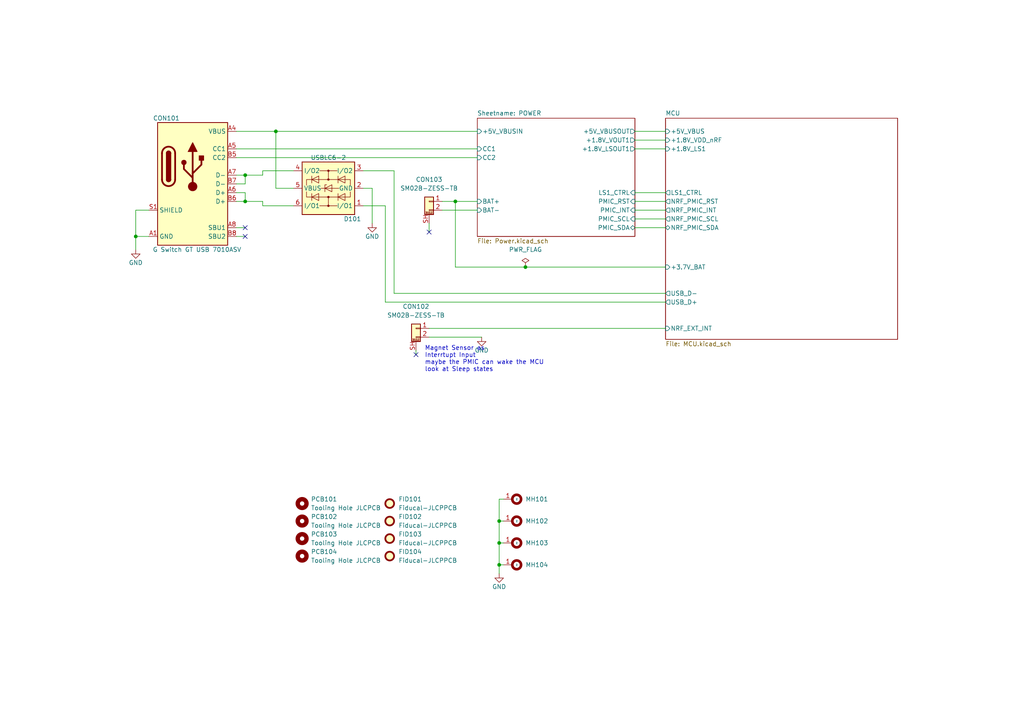
<source format=kicad_sch>
(kicad_sch (version 20231120) (generator "eeschema") (generator_version "8.0")
  (paper "A4")
  (title_block (title "Sensor_Node_BaseBoard") (date "2025-04-21") (rev "V1.0"))
  (lib_symbols
    (symbol "CON:CON-SM02B-ZESS-TB" (pin_names hide)
      (property "Reference" "CON" (at 0 1.27 0))
      (property "Value" "SM02B-ZESS-TB" (at 0 0 0))
      (symbol "CON-SM02B-ZESS-TB_1_1"
        (rectangle (start -1.27 -3.683) (end 0 -3.937) (stroke (width 0.1524)))
        (rectangle (start -1.27 -1.143) (end 0 -1.397) (stroke (width 0.1524)))
        (rectangle (start -1.27 0) (end 1.27 -5.08) (stroke (width 0.254)) (fill (type background)))
        (polyline (pts (xy -1.016 -4.826) (xy 1.016 -4.826)) (stroke (width 0.1524)))
        (text "SHIELD" (at 0 -4.445 0) (effects (font (size 0.381 0.381))))
        (pin passive line (at -3.81 -1.27 0) (length 2.54) (name "Pin_1") (number "1"))
        (pin passive line (at -3.81 -3.81 0) (length 2.54) (name "Pin_2") (number "2"))
        (pin passive line (at 0 -7.62 90) (length 2.54) (name "MountPin") (number "SH"))
      )
    )
    (symbol "CON:CON-USB-C-G_Switch_GT_USB_7010ASV"
      (property "Reference" "CON" (at -7.62 1.27 0))
      (property "Value" "G Switch GT USB 7010ASV" (at 1.27 -36.83 0))
      (symbol "CON-USB-C-G_Switch_GT_USB_7010ASV_0_1"
        (rectangle (start -10.16 0) (end 10.16 -35.56) (stroke (width 0.254)) (fill (type background)))
        (arc (start -8.89 -16.51) (mid -6.985 -18.4067) (end -5.08 -16.51) (stroke (width 0.508)))
        (arc (start -7.62 -16.51) (mid -6.985 -17.1423) (end -6.35 -16.51) (stroke (width 0.254)))
        (arc (start -7.62 -16.51) (mid -6.985 -17.1423) (end -6.35 -16.51) (stroke (width 0.254)) (fill (type outline)))
        (rectangle (start -7.62 -8.89) (end -6.35 -16.51) (stroke (width 0.254)) (fill (type outline)))
        (arc (start -6.35 -8.89) (mid -6.985 -8.2577) (end -7.62 -8.89) (stroke (width 0.254)))
        (arc (start -6.35 -8.89) (mid -6.985 -8.2577) (end -7.62 -8.89) (stroke (width 0.254)) (fill (type outline)))
        (arc (start -5.08 -8.89) (mid -6.985 -6.9933) (end -8.89 -8.89) (stroke (width 0.508)))
        (circle (center -2.54 -11.557) (radius 0.635) (stroke (width 0.254)) (fill (type outline)))
        (circle (center 0 -18.542) (radius 1.27) (fill (type outline)))
        (polyline (pts (xy -8.89 -16.51) (xy -8.89 -8.89)) (stroke (width 0.508)))
        (polyline (pts (xy -5.08 -8.89) (xy -5.08 -16.51)) (stroke (width 0.508)))
        (polyline (pts (xy 0 -18.542) (xy 0 -8.382)) (stroke (width 0.508)))
        (polyline (pts (xy 0 -16.002) (xy -2.54 -13.462) (xy -2.54 -12.192)) (stroke (width 0.508)))
        (polyline (pts (xy 0 -14.732) (xy 2.54 -12.192) (xy 2.54 -10.922)) (stroke (width 0.508)))
        (polyline (pts (xy -1.27 -8.382) (xy 0 -5.842) (xy 1.27 -8.382) (xy -1.27 -8.382)) (stroke (width 0.254)) (fill (type outline)))
        (rectangle (start 1.905 -10.922) (end 3.175 -9.652) (stroke (width 0.254)) (fill (type outline)))
      )
      (symbol "CON-USB-C-G_Switch_GT_USB_7010ASV_1_1"
        (pin passive line (at -12.7 -33.02 0) (length 2.54) (name "GND") (number "A1"))
        (pin passive line (at -12.7 -33.02 0) (length 2.54) hide (name "GND") (number "A12"))
        (pin passive line (at 12.7 -2.54 180) (length 2.54) (name "VBUS") (number "A4"))
        (pin bidirectional line (at 12.7 -7.62 180) (length 2.54) (name "CC1") (number "A5"))
        (pin bidirectional line (at 12.7 -20.32 180) (length 2.54) (name "D+") (number "A6"))
        (pin bidirectional line (at 12.7 -15.24 180) (length 2.54) (name "D-") (number "A7"))
        (pin bidirectional line (at 12.7 -30.48 180) (length 2.54) (name "SBU1") (number "A8"))
        (pin passive line (at 12.7 -2.54 180) (length 2.54) hide (name "VBUS") (number "A9"))
        (pin passive line (at -12.7 -33.02 0) (length 2.54) hide (name "GND") (number "B1"))
        (pin passive line (at -12.7 -33.02 0) (length 2.54) hide (name "GND") (number "B12"))
        (pin passive line (at 12.7 -2.54 180) (length 2.54) hide (name "VBUS") (number "B4"))
        (pin bidirectional line (at 12.7 -10.16 180) (length 2.54) (name "CC2") (number "B5"))
        (pin bidirectional line (at 12.7 -22.86 180) (length 2.54) (name "D+") (number "B6"))
        (pin bidirectional line (at 12.7 -17.78 180) (length 2.54) (name "D-") (number "B7"))
        (pin bidirectional line (at 12.7 -33.02 180) (length 2.54) (name "SBU2") (number "B8"))
        (pin passive line (at 12.7 -2.54 180) (length 2.54) hide (name "VBUS") (number "B9"))
        (pin passive line (at -12.7 -25.4 0) (length 2.54) (name "SHIELD") (number "S1"))
      )
    )
    (symbol "D_TVS:USBLC6-2SC6"
      (property "Reference" "D" (at -6.985 1.27 0))
      (property "Value" "USBLC6-2" (at 0 -16.51 0))
      (symbol "USBLC6-2SC6_0_1"
        (rectangle (start -7.62 0) (end 7.62 -15.24) (stroke (width 0.254)) (fill (type background)))
        (circle (center 0 -12.7) (radius 0.254) (fill (type outline)))
        (circle (center 0 -10.16) (radius 0.254) (fill (type outline)))
        (circle (center 0 -5.08) (radius 0.254) (fill (type outline)))
        (circle (center 0 -2.54) (radius 0.254) (fill (type outline)))
        (polyline (pts (xy -3.048 -7.62) (xy 1.27 -7.62)))
        (polyline (pts (xy -2.794 -9.144) (xy -2.794 -11.176)))
        (polyline (pts (xy -2.794 -6.096) (xy -2.794 -4.064)))
        (polyline (pts (xy 0 -12.7) (xy -2.54 -12.7)))
        (polyline (pts (xy 0 -2.54) (xy -2.54 -2.54)))
        (polyline (pts (xy 1.27 -7.62) (xy 2.159 -7.62)))
        (polyline (pts (xy 4.826 -9.144) (xy 4.826 -11.176)))
        (polyline (pts (xy 4.826 -6.096) (xy 4.826 -4.064)))
        (polyline (pts (xy 0 -10.16) (xy 0 -12.7) (xy 2.54 -12.7)))
        (polyline (pts (xy 0 -5.08) (xy 0 -2.54) (xy 2.54 -2.54)))
        (polyline (pts (xy -6.35 -6.604) (xy -6.35 -5.08) (xy 6.35 -5.08) (xy 6.35 -6.604)))
        (polyline (pts (xy -4.826 -11.176) (xy -4.826 -9.144) (xy -2.794 -10.16) (xy -4.826 -11.176)))
        (polyline (pts (xy -4.826 -4.064) (xy -4.826 -6.096) (xy -2.794 -5.08) (xy -4.826 -4.064)))
        (polyline (pts (xy -1.016 -8.636) (xy -1.016 -6.604) (xy 1.016 -7.62) (xy -1.016 -8.636)))
        (polyline (pts (xy 1.016 -6.604) (xy 1.016 -6.858) (xy 1.016 -8.636) (xy 0.508 -8.636)))
        (polyline (pts (xy 2.794 -11.176) (xy 2.794 -9.144) (xy 4.826 -10.16) (xy 2.794 -11.176)))
        (polyline (pts (xy 2.794 -4.064) (xy 2.794 -6.096) (xy 4.826 -5.08) (xy 2.794 -4.064)))
        (polyline (pts (xy 6.35 -8.509) (xy 6.35 -10.16) (xy -6.35 -10.16) (xy -6.35 -8.509)))
      )
      (symbol "USBLC6-2SC6_1_1"
        (pin passive line (at -10.16 -2.54 0) (length 2.54) (name "I/O1") (number "1"))
        (pin passive line (at -10.16 -7.62 0) (length 2.54) (name "GND") (number "2"))
        (pin passive line (at -10.16 -12.7 0) (length 2.54) (name "I/O2") (number "3"))
        (pin passive line (at 10.16 -12.7 180) (length 2.54) (name "I/O2") (number "4"))
        (pin passive line (at 10.16 -7.62 180) (length 2.54) (name "VBUS") (number "5"))
        (pin passive line (at 10.16 -2.54 180) (length 2.54) (name "I/O1") (number "6"))
      )
    )
    (symbol "MECH:MH-THT-2.5mm_Pad_Via"
      (property "Reference" "MH" (at 0 3.81 0))
      (symbol "MH-THT-2.5mm_Pad_Via_1_1"
        (circle (center 0 0) (radius 1.27) (stroke (width 0.762)))
        (pin input line (at 0 -3.81 90) (length 2.54) (name "") (number "1"))
      )
    )
    (symbol "PCB:Fiducal-JLCPCB"
      (property "Reference" "FID" (at 3.302 0 0))
      (property "Value" "Fiducal-JLCPPCB" (at 0 4.318 0))
      (symbol "Fiducal-JLCPCB_0_1"
        (circle (center 0 0) (radius 1.27) (stroke (width 0.508)) (fill (type background)))
      )
    )
    (symbol "PCB:ToolingHole-JLCPCB"
      (property "Reference" "PCB" (at 0 3.81 0))
      (property "Value" "Tooling Hole JLCPCB" (at 0 6.35 0))
      (symbol "ToolingHole-JLCPCB_0_1"
        (circle (center 0 0) (radius 1.27) (stroke (width 1.27)))
      )
    )
    (symbol "power:GND" (power) (pin_numbers hide) (pin_names (offset 0) hide)
      (property "Value" "GND" (at 0 -3.81 0))
      (symbol "GND_0_1"
        (polyline (pts (xy 0 0) (xy 0 -1.27) (xy 1.27 -1.27) (xy 0 -2.54) (xy -1.27 -1.27) (xy 0 -1.27)))
      )
      (symbol "GND_1_1"
        (pin power_in line (at 0 0 270) (length 0) (name "~") (number "1"))
      )
    )
    (symbol "power:PWR_FLAG" (power) (pin_numbers hide) (pin_names (offset 0) hide)
      (property "Value" "PWR_FLAG" (at 0 3.81 0))
      (symbol "PWR_FLAG_0_0"
        (pin power_out line (at 0 0 90) (length 0) (name "~") (number "1"))
      )
      (symbol "PWR_FLAG_0_1"
        (polyline (pts (xy 0 0) (xy 0 1.27) (xy -1.016 1.905) (xy 0 2.54) (xy 1.016 1.905) (xy 0 1.27)))
      )
    )
  )
  (junction (at 80.01 38.1))
  (junction (at 152.4 77.47))
  (junction (at 39.37 68.58))
  (junction (at 71.12 50.8))
  (junction (at 71.12 58.42))
  (junction (at 144.78 163.83))
  (junction (at 144.78 151.13))
  (junction (at 144.78 157.48))
  (junction (at 132.08 58.42))
  (no_connect (at 124.46 67.31))
  (no_connect (at 71.12 66.04))
  (no_connect (at 71.12 68.58))
  (no_connect (at 120.65 102.87))
  (wire (pts (xy 184.15 40.64) (xy 193.04 40.64)))
  (wire (pts (xy 80.01 38.1) (xy 138.43 38.1)))
  (wire (pts (xy 184.15 43.18) (xy 193.04 43.18)))
  (wire (pts (xy 144.78 166.37) (xy 144.78 163.83)))
  (wire (pts (xy 146.05 157.48) (xy 144.78 157.48)))
  (wire (pts (xy 39.37 60.96) (xy 39.37 68.58)))
  (wire (pts (xy 76.2 49.53) (xy 76.2 50.8)))
  (wire (pts (xy 111.76 59.69) (xy 111.76 87.63)))
  (wire (pts (xy 146.05 151.13) (xy 144.78 151.13)))
  (wire (pts (xy 114.3 49.53) (xy 114.3 85.09)))
  (wire (pts (xy 68.58 50.8) (xy 71.12 50.8)))
  (wire (pts (xy 68.58 45.72) (xy 138.43 45.72)))
  (wire (pts (xy 124.46 95.25) (xy 193.04 95.25)))
  (wire (pts (xy 132.08 58.42) (xy 138.43 58.42)))
  (wire (pts (xy 71.12 58.42) (xy 76.2 58.42)))
  (wire (pts (xy 128.27 58.42) (xy 132.08 58.42)))
  (wire (pts (xy 193.04 87.63) (xy 111.76 87.63)))
  (wire (pts (xy 68.58 58.42) (xy 71.12 58.42)))
  (wire (pts (xy 76.2 49.53) (xy 85.09 49.53)))
  (wire (pts (xy 71.12 66.04) (xy 68.58 66.04)))
  (wire (pts (xy 68.58 38.1) (xy 80.01 38.1)))
  (wire (pts (xy 107.95 54.61) (xy 105.41 54.61)))
  (wire (pts (xy 85.09 54.61) (xy 80.01 54.61)))
  (wire (pts (xy 80.01 54.61) (xy 80.01 38.1)))
  (wire (pts (xy 144.78 151.13) (xy 144.78 157.48)))
  (wire (pts (xy 39.37 68.58) (xy 39.37 72.39)))
  (wire (pts (xy 152.4 77.47) (xy 193.04 77.47)))
  (wire (pts (xy 105.41 49.53) (xy 114.3 49.53)))
  (wire (pts (xy 124.46 97.79) (xy 139.7 97.79)))
  (wire (pts (xy 132.08 77.47) (xy 152.4 77.47)))
  (wire (pts (xy 128.27 60.96) (xy 138.43 60.96)))
  (wire (pts (xy 76.2 59.69) (xy 85.09 59.69)))
  (wire (pts (xy 146.05 163.83) (xy 144.78 163.83)))
  (wire (pts (xy 68.58 53.34) (xy 71.12 53.34)))
  (wire (pts (xy 107.95 54.61) (xy 107.95 64.77)))
  (wire (pts (xy 184.15 60.96) (xy 193.04 60.96)))
  (wire (pts (xy 184.15 55.88) (xy 193.04 55.88)))
  (wire (pts (xy 71.12 55.88) (xy 71.12 58.42)))
  (wire (pts (xy 146.05 144.78) (xy 144.78 144.78)))
  (wire (pts (xy 184.15 63.5) (xy 193.04 63.5)))
  (wire (pts (xy 184.15 66.04) (xy 193.04 66.04)))
  (wire (pts (xy 76.2 58.42) (xy 76.2 59.69)))
  (wire (pts (xy 184.15 38.1) (xy 193.04 38.1)))
  (wire (pts (xy 184.15 58.42) (xy 193.04 58.42)))
  (wire (pts (xy 68.58 55.88) (xy 71.12 55.88)))
  (wire (pts (xy 114.3 85.09) (xy 193.04 85.09)))
  (wire (pts (xy 71.12 50.8) (xy 71.12 53.34)))
  (wire (pts (xy 111.76 59.69) (xy 105.41 59.69)))
  (wire (pts (xy 39.37 68.58) (xy 43.18 68.58)))
  (wire (pts (xy 39.37 60.96) (xy 43.18 60.96)))
  (wire (pts (xy 144.78 163.83) (xy 144.78 157.48)))
  (wire (pts (xy 68.58 43.18) (xy 138.43 43.18)))
  (wire (pts (xy 71.12 68.58) (xy 68.58 68.58)))
  (wire (pts (xy 120.65 102.87) (xy 120.65 101.6)))
  (wire (pts (xy 144.78 144.78) (xy 144.78 151.13)))
  (wire (pts (xy 124.46 67.31) (xy 124.46 64.77)))
  (wire (pts (xy 76.2 50.8) (xy 71.12 50.8)))
  (wire (pts (xy 132.08 77.47) (xy 132.08 58.42)))
  (text "Magnet Sensor as\nInterrtupt Input\nmaybe the PMIC can wake the MCU\nlook at Sleep states" (at 123.19 107.95 0) (effects (font (size 1.27 1.27)) (justify left bottom)))
  (symbol (lib_id "PCB:Fiducal-JLCPCB") (at 113.03 161.29 0) (unit 1)
    (property "Reference" "FID104" (at 115.57 160.0199 0) (effects (justify left)))
    (property "Value" "Fiducal-JLCPPCB" (at 115.57 162.5599 0) (effects (justify left)))
    (property "Footprint" "PCB:PCB-FID-JLCPCB" (effects (hide yes)))
  )
  (symbol (lib_id "CON:CON-SM02B-ZESS-TB") (at 124.46 57.15 0) (mirror y) (unit 1)
    (property "Reference" "CON103" (at 124.46 52.07 0))
    (property "Value" "SM02B-ZESS-TB" (at 124.46 54.61 0))
    (property "Footprint" "CON:CON-SM02B-ZESS_TB" (effects (hide yes)))
    (property "Datasheet" "${KICAD_DATASHEET}/JST_CON_ZE.pdf" (effects (hide yes)))
    (property "Description" "2-Pin JST ZE Connector, max. 2A" (effects (hide yes)))
  )
  (symbol (lib_id "MECH:MH-THT-2.5mm_Pad_Via") (at 149.86 157.48 270) (unit 1)
    (property "Reference" "MH103" (at 152.4 157.4799 90) (effects (justify left)))
    (property "Value" "~" (at 149.86 157.48 0))
    (property "Footprint" "MountingHole:MountingHole_2.5mm_Pad_Via" (effects (hide yes)))
  )
  (symbol (lib_id "MECH:MH-THT-2.5mm_Pad_Via") (at 149.86 163.83 270) (unit 1)
    (property "Reference" "MH104" (at 152.4 163.8299 90) (effects (justify left)))
    (property "Value" "~" (at 149.86 163.83 0))
    (property "Footprint" "MountingHole:MountingHole_2.5mm_Pad_Via" (effects (hide yes)))
  )
  (symbol (lib_id "PCB:Fiducal-JLCPCB") (at 113.03 151.13 0) (unit 1)
    (property "Reference" "FID102" (at 115.57 149.8599 0) (effects (justify left)))
    (property "Value" "Fiducal-JLCPPCB" (at 115.57 152.3999 0) (effects (justify left)))
    (property "Footprint" "PCB:PCB-FID-JLCPCB" (effects (hide yes)))
  )
  (symbol (lib_id "PCB:ToolingHole-JLCPCB") (at 87.63 161.29 0) (unit 1)
    (property "Reference" "PCB104" (at 90.17 160.0199 0) (effects (justify left)))
    (property "Value" "Tooling Hole JLCPCB" (at 90.17 162.5599 0) (effects (justify left)))
    (property "Footprint" "PCB:PCB-NPTH-JLCPCB" (effects (hide yes)))
  )
  (symbol (lib_id "power:GND") (at 39.37 72.39 0) (unit 1)
    (property "Reference" "#PWR101" (effects (hide yes)))
    (property "Value" "GND" (at 39.37 76.2 0))
    (property "Description" "Power symbol creates a global label with name \"GND\" , ground" (effects (hide yes)))
  )
  (symbol (lib_id "power:GND") (at 139.7 97.79 0) (unit 1)
    (property "Reference" "#PWR103" (effects (hide yes)))
    (property "Value" "GND" (at 139.7 101.6 0))
    (property "Description" "Power symbol creates a global label with name \"GND\" , ground" (effects (hide yes)))
  )
  (symbol (lib_id "D_TVS:USBLC6-2SC6") (at 95.25 62.23 180) (unit 1)
    (property "Reference" "D101" (at 102.235 63.5 0))
    (property "Value" "USBLC6-2" (at 95.25 45.72 0))
    (property "Footprint" "Package_TO_SOT_SMD:SOT-23-6" (effects (hide yes)))
    (property "Datasheet" "${KICAD_DATASHEET}/usblc6-2.pdf" (effects (hide yes)))
    (property "Description" "ESD-Entstörer/TVS-Dioden ESD Protection Low Cap, Unidirectional" (effects (hide yes)))
    (property "LCSC Part #" "C7519" (effects (hide yes)))
  )
  (symbol (lib_id "power:GND") (at 107.95 64.77 0) (unit 1)
    (property "Reference" "#PWR102" (effects (hide yes)))
    (property "Value" "GND" (at 107.95 68.58 0))
    (property "Description" "Power symbol creates a global label with name \"GND\" , ground" (effects (hide yes)))
  )
  (symbol (lib_id "PCB:ToolingHole-JLCPCB") (at 87.63 156.21 0) (unit 1)
    (property "Reference" "PCB103" (at 90.17 154.9399 0) (effects (justify left)))
    (property "Value" "Tooling Hole JLCPCB" (at 90.17 157.4799 0) (effects (justify left)))
    (property "Footprint" "PCB:PCB-NPTH-JLCPCB" (effects (hide yes)))
  )
  (symbol (lib_id "PCB:ToolingHole-JLCPCB") (at 87.63 151.13 0) (unit 1)
    (property "Reference" "PCB102" (at 90.17 149.8599 0) (effects (justify left)))
    (property "Value" "Tooling Hole JLCPCB" (at 90.17 152.3999 0) (effects (justify left)))
    (property "Footprint" "PCB:PCB-NPTH-JLCPCB" (effects (hide yes)))
  )
  (symbol (lib_id "PCB:Fiducal-JLCPCB") (at 113.03 156.21 0) (unit 1)
    (property "Reference" "FID103" (at 115.57 154.9399 0) (effects (justify left)))
    (property "Value" "Fiducal-JLCPPCB" (at 115.57 157.4799 0) (effects (justify left)))
    (property "Footprint" "PCB:PCB-FID-JLCPCB" (effects (hide yes)))
  )
  (symbol (lib_id "power:PWR_FLAG") (at 152.4 77.47 0) (unit 1)
    (property "Reference" "#FLG101" (effects (hide yes)))
    (property "Value" "PWR_FLAG" (at 152.4 72.39 0))
    (property "Description" "Special symbol for telling ERC where power comes from" (effects (hide yes)))
  )
  (symbol (lib_id "power:GND") (at 144.78 166.37 0) (unit 1)
    (property "Reference" "#PWR104" (effects (hide yes)))
    (property "Value" "GND" (at 144.78 170.18 0))
    (property "Description" "Power symbol creates a global label with name \"GND\" , ground" (effects (hide yes)))
  )
  (symbol (lib_id "MECH:MH-THT-2.5mm_Pad_Via") (at 149.86 144.78 270) (unit 1)
    (property "Reference" "MH101" (at 152.4 144.7799 90) (effects (justify left)))
    (property "Value" "~" (at 149.86 144.78 0))
    (property "Footprint" "MountingHole:MountingHole_2.5mm_Pad_Via" (effects (hide yes)))
  )
  (symbol (lib_id "PCB:ToolingHole-JLCPCB") (at 87.63 146.05 0) (unit 1)
    (property "Reference" "PCB101" (at 90.17 144.7799 0) (effects (justify left)))
    (property "Value" "Tooling Hole JLCPCB" (at 90.17 147.3199 0) (effects (justify left)))
    (property "Footprint" "PCB:PCB-NPTH-JLCPCB" (effects (hide yes)))
  )
  (symbol (lib_id "MECH:MH-THT-2.5mm_Pad_Via") (at 149.86 151.13 270) (unit 1)
    (property "Reference" "MH102" (at 152.4 151.1299 90) (effects (justify left)))
    (property "Value" "~" (at 149.86 151.13 0))
    (property "Footprint" "MountingHole:MountingHole_2.5mm_Pad_Via" (effects (hide yes)))
  )
  (symbol (lib_id "CON:CON-USB-C-G_Switch_GT_USB_7010ASV") (at 55.88 35.56 0) (unit 1)
    (property "Reference" "CON101" (at 48.26 34.29 0))
    (property "Value" "G Switch GT USB 7010ASV" (at 57.15 72.39 0))
    (property "Footprint" "CON:CON-GEN-USB_C-16P" (effects (hide yes)))
    (property "Datasheet" "${KICAD_DATASHEET}/G-Switch-GT-USB-7010ASV.pdf" (effects (hide yes)))
    (property "LCSC Part #" "C2988369" (effects (hide yes)))
  )
  (symbol (lib_id "PCB:Fiducal-JLCPCB") (at 113.03 146.05 0) (unit 1)
    (property "Reference" "FID101" (at 115.57 144.7799 0) (effects (justify left)))
    (property "Value" "Fiducal-JLCPPCB" (at 115.57 147.3199 0) (effects (justify left)))
    (property "Footprint" "PCB:PCB-FID-JLCPCB" (effects (hide yes)))
  )
  (symbol (lib_id "CON:CON-SM02B-ZESS-TB") (at 120.65 93.98 0) (mirror y) (unit 1)
    (property "Reference" "CON102" (at 120.65 88.9 0))
    (property "Value" "SM02B-ZESS-TB" (at 120.65 91.44 0))
    (property "Footprint" "CON:CON-SM02B-ZESS_TB" (effects (hide yes)))
    (property "Datasheet" "${KICAD_DATASHEET}/JST_CON_ZE.pdf" (effects (hide yes)))
    (property "Description" "2-Pin JST ZE Connector, max. 2A" (effects (hide yes)))
  )
  (sheet (at 138.43 34.29) (size 45.72 34.29) (stroke (width 0.1524))
    (property "Sheetname" "POWER" (at 138.43 33.5784 0) (show_name yes) (effects (justify left bottom)))
    (property "Sheetfile" "Power.kicad_sch" (at 138.43 69.1646 0) (effects (justify left top)))
    (pin "BAT+" input (at 138.43 58.42 180))
    (pin "BAT-" input (at 138.43 60.96 180))
    (pin "CC2" input (at 138.43 45.72 180))
    (pin "CC1" input (at 138.43 43.18 180))
    (pin "PMIC_SCL" input (at 184.15 63.5 0))
    (pin "PMIC_SDA" bidirectional (at 184.15 66.04 0))
    (pin "PMIC_RST" input (at 184.15 58.42 0))
    (pin "PMIC_INT" input (at 184.15 60.96 0))
    (pin "LS1_CTRL" input (at 184.15 55.88 0))
    (pin "+5V_VBUSIN" input (at 138.43 38.1 180))
    (pin "+5V_VBUSOUT" output (at 184.15 38.1 0))
    (pin "+1.8V_VOUT1" output (at 184.15 40.64 0))
    (pin "+1.8V_LSOUT1" output (at 184.15 43.18 0))
  )
  (sheet (at 193.04 34.29) (size 67.31 64.135) (stroke (width 0.1524))
    (property "Sheetname" "MCU" (at 193.04 33.5784 0) (effects (justify left bottom)))
    (property "Sheetfile" "MCU.kicad_sch" (at 193.04 99.0096 0) (effects (justify left top)))
    (pin "NRF_PMIC_INT" output (at 193.04 60.96 180))
    (pin "USB_D-" output (at 193.04 85.09 180))
    (pin "USB_D+" output (at 193.04 87.63 180))
    (pin "NRF_PMIC_RST" output (at 193.04 58.42 180))
    (pin "LS1_CTRL" output (at 193.04 55.88 180))
    (pin "+1.8V_LS1" input (at 193.04 43.18 180))
    (pin "+1.8V_VDD_nRF" input (at 193.04 40.64 180))
    (pin "+5V_VBUS" input (at 193.04 38.1 180))
    (pin "+3.7V_BAT" input (at 193.04 77.47 180))
    (pin "NRF_EXT_INT" input (at 193.04 95.25 180))
    (pin "NRF_PMIC_SCL" output (at 193.04 63.5 180))
    (pin "NRF_PMIC_SDA" bidirectional (at 193.04 66.04 180))
  )
)
</source>
